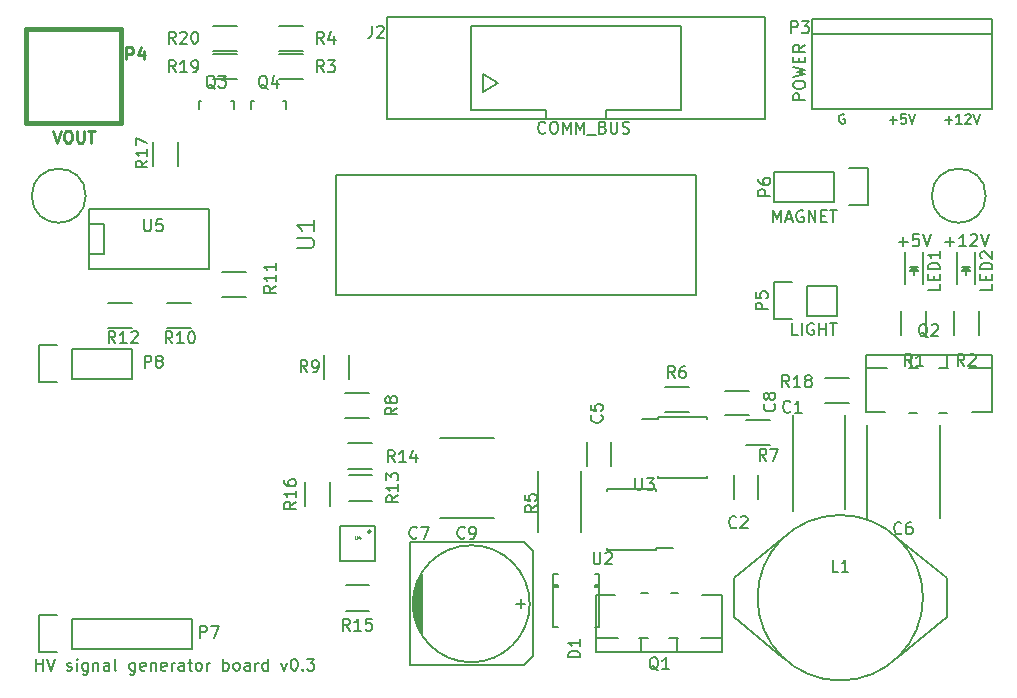
<source format=gto>
G04 #@! TF.FileFunction,Legend,Top*
%FSLAX46Y46*%
G04 Gerber Fmt 4.6, Leading zero omitted, Abs format (unit mm)*
G04 Created by KiCad (PCBNEW 4.0.1-stable) date 2017-04-04 7:48:20 AM*
%MOMM*%
G01*
G04 APERTURE LIST*
%ADD10C,0.150000*%
%ADD11C,0.200000*%
%ADD12C,0.381000*%
%ADD13C,0.254000*%
%ADD14C,0.075000*%
G04 APERTURE END LIST*
D10*
D11*
X18399095Y-70683381D02*
X18399095Y-69683381D01*
X18399095Y-70159571D02*
X18970524Y-70159571D01*
X18970524Y-70683381D02*
X18970524Y-69683381D01*
X19303857Y-69683381D02*
X19637190Y-70683381D01*
X19970524Y-69683381D01*
X21018143Y-70635762D02*
X21113381Y-70683381D01*
X21303857Y-70683381D01*
X21399096Y-70635762D01*
X21446715Y-70540524D01*
X21446715Y-70492905D01*
X21399096Y-70397667D01*
X21303857Y-70350048D01*
X21161000Y-70350048D01*
X21065762Y-70302429D01*
X21018143Y-70207190D01*
X21018143Y-70159571D01*
X21065762Y-70064333D01*
X21161000Y-70016714D01*
X21303857Y-70016714D01*
X21399096Y-70064333D01*
X21875286Y-70683381D02*
X21875286Y-70016714D01*
X21875286Y-69683381D02*
X21827667Y-69731000D01*
X21875286Y-69778619D01*
X21922905Y-69731000D01*
X21875286Y-69683381D01*
X21875286Y-69778619D01*
X22780048Y-70016714D02*
X22780048Y-70826238D01*
X22732429Y-70921476D01*
X22684810Y-70969095D01*
X22589571Y-71016714D01*
X22446714Y-71016714D01*
X22351476Y-70969095D01*
X22780048Y-70635762D02*
X22684810Y-70683381D01*
X22494333Y-70683381D01*
X22399095Y-70635762D01*
X22351476Y-70588143D01*
X22303857Y-70492905D01*
X22303857Y-70207190D01*
X22351476Y-70111952D01*
X22399095Y-70064333D01*
X22494333Y-70016714D01*
X22684810Y-70016714D01*
X22780048Y-70064333D01*
X23256238Y-70016714D02*
X23256238Y-70683381D01*
X23256238Y-70111952D02*
X23303857Y-70064333D01*
X23399095Y-70016714D01*
X23541953Y-70016714D01*
X23637191Y-70064333D01*
X23684810Y-70159571D01*
X23684810Y-70683381D01*
X24589572Y-70683381D02*
X24589572Y-70159571D01*
X24541953Y-70064333D01*
X24446715Y-70016714D01*
X24256238Y-70016714D01*
X24161000Y-70064333D01*
X24589572Y-70635762D02*
X24494334Y-70683381D01*
X24256238Y-70683381D01*
X24161000Y-70635762D01*
X24113381Y-70540524D01*
X24113381Y-70445286D01*
X24161000Y-70350048D01*
X24256238Y-70302429D01*
X24494334Y-70302429D01*
X24589572Y-70254810D01*
X25208619Y-70683381D02*
X25113381Y-70635762D01*
X25065762Y-70540524D01*
X25065762Y-69683381D01*
X26780049Y-70016714D02*
X26780049Y-70826238D01*
X26732430Y-70921476D01*
X26684811Y-70969095D01*
X26589572Y-71016714D01*
X26446715Y-71016714D01*
X26351477Y-70969095D01*
X26780049Y-70635762D02*
X26684811Y-70683381D01*
X26494334Y-70683381D01*
X26399096Y-70635762D01*
X26351477Y-70588143D01*
X26303858Y-70492905D01*
X26303858Y-70207190D01*
X26351477Y-70111952D01*
X26399096Y-70064333D01*
X26494334Y-70016714D01*
X26684811Y-70016714D01*
X26780049Y-70064333D01*
X27637192Y-70635762D02*
X27541954Y-70683381D01*
X27351477Y-70683381D01*
X27256239Y-70635762D01*
X27208620Y-70540524D01*
X27208620Y-70159571D01*
X27256239Y-70064333D01*
X27351477Y-70016714D01*
X27541954Y-70016714D01*
X27637192Y-70064333D01*
X27684811Y-70159571D01*
X27684811Y-70254810D01*
X27208620Y-70350048D01*
X28113382Y-70016714D02*
X28113382Y-70683381D01*
X28113382Y-70111952D02*
X28161001Y-70064333D01*
X28256239Y-70016714D01*
X28399097Y-70016714D01*
X28494335Y-70064333D01*
X28541954Y-70159571D01*
X28541954Y-70683381D01*
X29399097Y-70635762D02*
X29303859Y-70683381D01*
X29113382Y-70683381D01*
X29018144Y-70635762D01*
X28970525Y-70540524D01*
X28970525Y-70159571D01*
X29018144Y-70064333D01*
X29113382Y-70016714D01*
X29303859Y-70016714D01*
X29399097Y-70064333D01*
X29446716Y-70159571D01*
X29446716Y-70254810D01*
X28970525Y-70350048D01*
X29875287Y-70683381D02*
X29875287Y-70016714D01*
X29875287Y-70207190D02*
X29922906Y-70111952D01*
X29970525Y-70064333D01*
X30065763Y-70016714D01*
X30161002Y-70016714D01*
X30922907Y-70683381D02*
X30922907Y-70159571D01*
X30875288Y-70064333D01*
X30780050Y-70016714D01*
X30589573Y-70016714D01*
X30494335Y-70064333D01*
X30922907Y-70635762D02*
X30827669Y-70683381D01*
X30589573Y-70683381D01*
X30494335Y-70635762D01*
X30446716Y-70540524D01*
X30446716Y-70445286D01*
X30494335Y-70350048D01*
X30589573Y-70302429D01*
X30827669Y-70302429D01*
X30922907Y-70254810D01*
X31256240Y-70016714D02*
X31637192Y-70016714D01*
X31399097Y-69683381D02*
X31399097Y-70540524D01*
X31446716Y-70635762D01*
X31541954Y-70683381D01*
X31637192Y-70683381D01*
X32113383Y-70683381D02*
X32018145Y-70635762D01*
X31970526Y-70588143D01*
X31922907Y-70492905D01*
X31922907Y-70207190D01*
X31970526Y-70111952D01*
X32018145Y-70064333D01*
X32113383Y-70016714D01*
X32256241Y-70016714D01*
X32351479Y-70064333D01*
X32399098Y-70111952D01*
X32446717Y-70207190D01*
X32446717Y-70492905D01*
X32399098Y-70588143D01*
X32351479Y-70635762D01*
X32256241Y-70683381D01*
X32113383Y-70683381D01*
X32875288Y-70683381D02*
X32875288Y-70016714D01*
X32875288Y-70207190D02*
X32922907Y-70111952D01*
X32970526Y-70064333D01*
X33065764Y-70016714D01*
X33161003Y-70016714D01*
X34256241Y-70683381D02*
X34256241Y-69683381D01*
X34256241Y-70064333D02*
X34351479Y-70016714D01*
X34541956Y-70016714D01*
X34637194Y-70064333D01*
X34684813Y-70111952D01*
X34732432Y-70207190D01*
X34732432Y-70492905D01*
X34684813Y-70588143D01*
X34637194Y-70635762D01*
X34541956Y-70683381D01*
X34351479Y-70683381D01*
X34256241Y-70635762D01*
X35303860Y-70683381D02*
X35208622Y-70635762D01*
X35161003Y-70588143D01*
X35113384Y-70492905D01*
X35113384Y-70207190D01*
X35161003Y-70111952D01*
X35208622Y-70064333D01*
X35303860Y-70016714D01*
X35446718Y-70016714D01*
X35541956Y-70064333D01*
X35589575Y-70111952D01*
X35637194Y-70207190D01*
X35637194Y-70492905D01*
X35589575Y-70588143D01*
X35541956Y-70635762D01*
X35446718Y-70683381D01*
X35303860Y-70683381D01*
X36494337Y-70683381D02*
X36494337Y-70159571D01*
X36446718Y-70064333D01*
X36351480Y-70016714D01*
X36161003Y-70016714D01*
X36065765Y-70064333D01*
X36494337Y-70635762D02*
X36399099Y-70683381D01*
X36161003Y-70683381D01*
X36065765Y-70635762D01*
X36018146Y-70540524D01*
X36018146Y-70445286D01*
X36065765Y-70350048D01*
X36161003Y-70302429D01*
X36399099Y-70302429D01*
X36494337Y-70254810D01*
X36970527Y-70683381D02*
X36970527Y-70016714D01*
X36970527Y-70207190D02*
X37018146Y-70111952D01*
X37065765Y-70064333D01*
X37161003Y-70016714D01*
X37256242Y-70016714D01*
X38018147Y-70683381D02*
X38018147Y-69683381D01*
X38018147Y-70635762D02*
X37922909Y-70683381D01*
X37732432Y-70683381D01*
X37637194Y-70635762D01*
X37589575Y-70588143D01*
X37541956Y-70492905D01*
X37541956Y-70207190D01*
X37589575Y-70111952D01*
X37637194Y-70064333D01*
X37732432Y-70016714D01*
X37922909Y-70016714D01*
X38018147Y-70064333D01*
X39161004Y-70016714D02*
X39399099Y-70683381D01*
X39637195Y-70016714D01*
X40208623Y-69683381D02*
X40303862Y-69683381D01*
X40399100Y-69731000D01*
X40446719Y-69778619D01*
X40494338Y-69873857D01*
X40541957Y-70064333D01*
X40541957Y-70302429D01*
X40494338Y-70492905D01*
X40446719Y-70588143D01*
X40399100Y-70635762D01*
X40303862Y-70683381D01*
X40208623Y-70683381D01*
X40113385Y-70635762D01*
X40065766Y-70588143D01*
X40018147Y-70492905D01*
X39970528Y-70302429D01*
X39970528Y-70064333D01*
X40018147Y-69873857D01*
X40065766Y-69778619D01*
X40113385Y-69731000D01*
X40208623Y-69683381D01*
X40970528Y-70588143D02*
X41018147Y-70635762D01*
X40970528Y-70683381D01*
X40922909Y-70635762D01*
X40970528Y-70588143D01*
X40970528Y-70683381D01*
X41351480Y-69683381D02*
X41970528Y-69683381D01*
X41637194Y-70064333D01*
X41780052Y-70064333D01*
X41875290Y-70111952D01*
X41922909Y-70159571D01*
X41970528Y-70254810D01*
X41970528Y-70492905D01*
X41922909Y-70588143D01*
X41875290Y-70635762D01*
X41780052Y-70683381D01*
X41494337Y-70683381D01*
X41399099Y-70635762D01*
X41351480Y-70588143D01*
D10*
X95364476Y-24060143D02*
X95974000Y-24060143D01*
X95669238Y-24364905D02*
X95669238Y-23755381D01*
X96774000Y-24364905D02*
X96316857Y-24364905D01*
X96545428Y-24364905D02*
X96545428Y-23564905D01*
X96469238Y-23679190D01*
X96393047Y-23755381D01*
X96316857Y-23793476D01*
X97078762Y-23641095D02*
X97116857Y-23603000D01*
X97193048Y-23564905D01*
X97383524Y-23564905D01*
X97459714Y-23603000D01*
X97497810Y-23641095D01*
X97535905Y-23717286D01*
X97535905Y-23793476D01*
X97497810Y-23907762D01*
X97040667Y-24364905D01*
X97535905Y-24364905D01*
X97764476Y-23564905D02*
X98031143Y-24364905D01*
X98297810Y-23564905D01*
X90665429Y-24060143D02*
X91274953Y-24060143D01*
X90970191Y-24364905D02*
X90970191Y-23755381D01*
X92036858Y-23564905D02*
X91655905Y-23564905D01*
X91617810Y-23945857D01*
X91655905Y-23907762D01*
X91732096Y-23869667D01*
X91922572Y-23869667D01*
X91998762Y-23907762D01*
X92036858Y-23945857D01*
X92074953Y-24022048D01*
X92074953Y-24212524D01*
X92036858Y-24288714D01*
X91998762Y-24326810D01*
X91922572Y-24364905D01*
X91732096Y-24364905D01*
X91655905Y-24326810D01*
X91617810Y-24288714D01*
X92303524Y-23564905D02*
X92570191Y-24364905D01*
X92836858Y-23564905D01*
X86823524Y-23603000D02*
X86747333Y-23564905D01*
X86633048Y-23564905D01*
X86518762Y-23603000D01*
X86442571Y-23679190D01*
X86404476Y-23755381D01*
X86366381Y-23907762D01*
X86366381Y-24022048D01*
X86404476Y-24174429D01*
X86442571Y-24250619D01*
X86518762Y-24326810D01*
X86633048Y-24364905D01*
X86709238Y-24364905D01*
X86823524Y-24326810D01*
X86861619Y-24288714D01*
X86861619Y-24022048D01*
X86709238Y-24022048D01*
X86909000Y-57032000D02*
X86909000Y-49032000D01*
X82509000Y-49032000D02*
X82509000Y-57132000D01*
X94921000Y-49894000D02*
X94921000Y-57794000D01*
X88721000Y-49894000D02*
X88721000Y-57794000D01*
X66085000Y-62520000D02*
X65685000Y-62520000D01*
X62185000Y-62520000D02*
X62585000Y-62520000D01*
X62185000Y-67020000D02*
X62585000Y-67020000D01*
X66085000Y-67020000D02*
X65685000Y-67020000D01*
X62185000Y-63420000D02*
X62585000Y-63420000D01*
X62585000Y-63420000D02*
X62585000Y-63570000D01*
X62585000Y-63570000D02*
X62185000Y-63570000D01*
X66085000Y-63420000D02*
X65685000Y-63420000D01*
X65685000Y-63420000D02*
X65685000Y-63570000D01*
X65685000Y-63570000D02*
X66085000Y-63570000D01*
X66085000Y-62520000D02*
X66085000Y-67020000D01*
X62185000Y-67020000D02*
X62185000Y-62520000D01*
X91960000Y-35230000D02*
X91960000Y-37930000D01*
X93460000Y-35230000D02*
X93460000Y-37930000D01*
X92560000Y-36730000D02*
X92810000Y-36730000D01*
X92810000Y-36730000D02*
X92660000Y-36580000D01*
X93060000Y-36480000D02*
X92360000Y-36480000D01*
X92710000Y-36830000D02*
X92710000Y-37180000D01*
X92710000Y-36480000D02*
X93060000Y-36830000D01*
X93060000Y-36830000D02*
X92360000Y-36830000D01*
X92360000Y-36830000D02*
X92710000Y-36480000D01*
X96405000Y-35230000D02*
X96405000Y-37930000D01*
X97905000Y-35230000D02*
X97905000Y-37930000D01*
X97005000Y-36730000D02*
X97255000Y-36730000D01*
X97255000Y-36730000D02*
X97105000Y-36580000D01*
X97505000Y-36480000D02*
X96805000Y-36480000D01*
X97155000Y-36830000D02*
X97155000Y-37180000D01*
X97155000Y-36480000D02*
X97505000Y-36830000D01*
X97505000Y-36830000D02*
X96805000Y-36830000D01*
X96805000Y-36830000D02*
X97155000Y-36480000D01*
X80137000Y-15367000D02*
X80137000Y-24003000D01*
X80137000Y-24003000D02*
X48133000Y-24003000D01*
X48133000Y-15367000D02*
X80137000Y-15367000D01*
X55245000Y-23241000D02*
X55245000Y-16129000D01*
X73025000Y-23241000D02*
X73025000Y-16129000D01*
X61595000Y-24003000D02*
X61595000Y-23241000D01*
X61595000Y-23241000D02*
X55245000Y-23241000D01*
X55245000Y-16129000D02*
X73025000Y-16129000D01*
X73025000Y-23241000D02*
X66675000Y-23241000D01*
X66675000Y-23241000D02*
X66675000Y-24003000D01*
X48133000Y-24003000D02*
X48133000Y-15367000D01*
X57531000Y-20955000D02*
X56261000Y-20193000D01*
X56261000Y-20193000D02*
X56261000Y-21717000D01*
X56261000Y-21717000D02*
X57531000Y-20955000D01*
D12*
X25590000Y-16320000D02*
X17590000Y-16320000D01*
X17590000Y-16320000D02*
X17590000Y-24320000D01*
X17590000Y-24320000D02*
X25590000Y-24320000D01*
X25590000Y-24320000D02*
X25590000Y-16320000D01*
D10*
X93785000Y-40275000D02*
X93785000Y-42275000D01*
X91635000Y-42275000D02*
X91635000Y-40275000D01*
X98230000Y-40275000D02*
X98230000Y-42275000D01*
X96080000Y-42275000D02*
X96080000Y-40275000D01*
X39005000Y-18483000D02*
X41005000Y-18483000D01*
X41005000Y-20633000D02*
X39005000Y-20633000D01*
X39005000Y-16070000D02*
X41005000Y-16070000D01*
X41005000Y-18220000D02*
X39005000Y-18220000D01*
X64563000Y-53788000D02*
X64563000Y-58988000D01*
X60913000Y-58988000D02*
X60913000Y-53788000D01*
X80502000Y-51621000D02*
X78502000Y-51621000D01*
X78502000Y-49471000D02*
X80502000Y-49471000D01*
X46593000Y-49335000D02*
X44593000Y-49335000D01*
X44593000Y-47185000D02*
X46593000Y-47185000D01*
X42740000Y-45958000D02*
X42740000Y-43958000D01*
X44890000Y-43958000D02*
X44890000Y-45958000D01*
X31480000Y-41715000D02*
X29480000Y-41715000D01*
X29480000Y-39565000D02*
X31480000Y-39565000D01*
X34179000Y-36898000D02*
X36179000Y-36898000D01*
X36179000Y-39048000D02*
X34179000Y-39048000D01*
X26527000Y-41715000D02*
X24527000Y-41715000D01*
X24527000Y-39565000D02*
X26527000Y-39565000D01*
X44872400Y-54144600D02*
X46872400Y-54144600D01*
X46872400Y-56294600D02*
X44872400Y-56294600D01*
X46821600Y-53602200D02*
X44821600Y-53602200D01*
X44821600Y-51452200D02*
X46821600Y-51452200D01*
X44618400Y-63466400D02*
X46618400Y-63466400D01*
X46618400Y-65616400D02*
X44618400Y-65616400D01*
X43315200Y-54753000D02*
X43315200Y-56753000D01*
X41165200Y-56753000D02*
X41165200Y-54753000D01*
X28262000Y-27924000D02*
X28262000Y-25924000D01*
X30412000Y-25924000D02*
X30412000Y-27924000D01*
X70909000Y-60487000D02*
X70909000Y-60342000D01*
X66759000Y-60487000D02*
X66759000Y-60342000D01*
X66759000Y-55337000D02*
X66759000Y-55482000D01*
X70909000Y-55337000D02*
X70909000Y-55482000D01*
X70909000Y-60487000D02*
X66759000Y-60487000D01*
X70909000Y-55337000D02*
X66759000Y-55337000D01*
X70909000Y-60342000D02*
X72309000Y-60342000D01*
X71077000Y-49241000D02*
X71077000Y-49386000D01*
X75227000Y-49241000D02*
X75227000Y-49386000D01*
X75227000Y-54391000D02*
X75227000Y-54246000D01*
X71077000Y-54391000D02*
X71077000Y-54246000D01*
X71077000Y-49241000D02*
X75227000Y-49241000D01*
X71077000Y-54391000D02*
X75227000Y-54391000D01*
X71077000Y-49386000D02*
X69677000Y-49386000D01*
X99314000Y-15494000D02*
X99314000Y-23114000D01*
X84074000Y-15494000D02*
X84074000Y-23114000D01*
X99314000Y-16764000D02*
X84074000Y-16764000D01*
X99314000Y-23114000D02*
X84074000Y-23114000D01*
X99314000Y-15494000D02*
X84074000Y-15494000D01*
X46759821Y-58944000D02*
G75*
G03X46759821Y-58944000I-141421J0D01*
G01*
X47118400Y-61444000D02*
X44118400Y-61444000D01*
X44118400Y-61444000D02*
X44118400Y-58444000D01*
X44118400Y-58444000D02*
X47118400Y-58444000D01*
X47118400Y-58444000D02*
X47118400Y-61444000D01*
X22860000Y-31623000D02*
X22860000Y-36703000D01*
X22860000Y-36703000D02*
X33020000Y-36703000D01*
X33020000Y-36703000D02*
X33020000Y-31623000D01*
X33020000Y-31623000D02*
X22860000Y-31623000D01*
X22860000Y-32893000D02*
X24130000Y-32893000D01*
X24130000Y-32893000D02*
X24130000Y-35433000D01*
X24130000Y-35433000D02*
X22860000Y-35433000D01*
X83693000Y-38100000D02*
X86233000Y-38100000D01*
X80873000Y-37820000D02*
X82423000Y-37820000D01*
X83693000Y-38100000D02*
X83693000Y-40640000D01*
X82423000Y-40920000D02*
X80873000Y-40920000D01*
X80873000Y-40920000D02*
X80873000Y-37820000D01*
X83693000Y-40640000D02*
X86233000Y-40640000D01*
X86233000Y-40640000D02*
X86233000Y-38100000D01*
X85979000Y-28448000D02*
X80899000Y-28448000D01*
X80899000Y-28448000D02*
X80899000Y-30988000D01*
X80899000Y-30988000D02*
X85979000Y-30988000D01*
X88799000Y-31268000D02*
X87249000Y-31268000D01*
X85979000Y-30988000D02*
X85979000Y-28448000D01*
X87249000Y-28168000D02*
X88799000Y-28168000D01*
X88799000Y-28168000D02*
X88799000Y-31268000D01*
X35417000Y-20633000D02*
X33417000Y-20633000D01*
X33417000Y-18483000D02*
X35417000Y-18483000D01*
X35417000Y-18220000D02*
X33417000Y-18220000D01*
X33417000Y-16070000D02*
X35417000Y-16070000D01*
X65015000Y-51324000D02*
X65015000Y-53324000D01*
X67065000Y-53324000D02*
X67065000Y-51324000D01*
X76724000Y-49031000D02*
X78724000Y-49031000D01*
X78724000Y-46981000D02*
X76724000Y-46981000D01*
X77461000Y-54118000D02*
X77461000Y-56118000D01*
X79511000Y-56118000D02*
X79511000Y-54118000D01*
X73644000Y-48827000D02*
X71644000Y-48827000D01*
X71644000Y-46677000D02*
X73644000Y-46677000D01*
X65786000Y-67945000D02*
X67691000Y-67945000D01*
X70231000Y-67945000D02*
X69469000Y-67945000D01*
X72644000Y-67945000D02*
X72771000Y-67945000D01*
X72644000Y-67945000D02*
X72009000Y-67945000D01*
X76454000Y-67945000D02*
X74676000Y-67945000D01*
X76454000Y-64262000D02*
X74803000Y-64262000D01*
X72136000Y-64135000D02*
X72771000Y-64135000D01*
X69596000Y-64135000D02*
X70231000Y-64135000D01*
X65786000Y-64262000D02*
X67437000Y-64262000D01*
X72644000Y-69088000D02*
X72644000Y-67945000D01*
X69596000Y-69088000D02*
X69596000Y-67945000D01*
X65786000Y-67945000D02*
X65786000Y-64262000D01*
X76454000Y-64262000D02*
X76454000Y-67945000D01*
X65786000Y-69088000D02*
X65786000Y-67945000D01*
X76454000Y-67945000D02*
X76454000Y-69088000D01*
X71120000Y-69088000D02*
X76454000Y-69088000D01*
X71120000Y-69088000D02*
X65786000Y-69088000D01*
X99314000Y-45085000D02*
X97409000Y-45085000D01*
X94869000Y-45085000D02*
X95631000Y-45085000D01*
X92456000Y-45085000D02*
X92329000Y-45085000D01*
X92456000Y-45085000D02*
X93091000Y-45085000D01*
X88646000Y-45085000D02*
X90424000Y-45085000D01*
X88646000Y-48768000D02*
X90297000Y-48768000D01*
X92964000Y-48895000D02*
X92329000Y-48895000D01*
X95504000Y-48895000D02*
X94869000Y-48895000D01*
X99314000Y-48768000D02*
X97663000Y-48768000D01*
X92456000Y-43942000D02*
X92456000Y-45085000D01*
X95504000Y-43942000D02*
X95504000Y-45085000D01*
X99314000Y-45085000D02*
X99314000Y-48768000D01*
X88646000Y-48768000D02*
X88646000Y-45085000D01*
X99314000Y-43942000D02*
X99314000Y-45085000D01*
X88646000Y-45085000D02*
X88646000Y-43942000D01*
X93980000Y-43942000D02*
X88646000Y-43942000D01*
X93980000Y-43942000D02*
X99314000Y-43942000D01*
X50419000Y-66040000D02*
X50419000Y-64008000D01*
X50546000Y-63627000D02*
X50546000Y-66548000D01*
X50673000Y-66802000D02*
X50673000Y-63246000D01*
X50800000Y-62865000D02*
X50800000Y-67183000D01*
X50927000Y-67437000D02*
X50927000Y-62611000D01*
X51054000Y-62484000D02*
X51054000Y-67564000D01*
X50038000Y-59817000D02*
X50038000Y-70231000D01*
X50038000Y-70231000D02*
X59690000Y-70231000D01*
X59690000Y-70231000D02*
X60452000Y-69469000D01*
X60452000Y-69469000D02*
X60452000Y-60579000D01*
X60452000Y-60579000D02*
X59690000Y-59817000D01*
X59690000Y-59817000D02*
X50038000Y-59817000D01*
X59817000Y-65024000D02*
X59055000Y-65024000D01*
X59436000Y-64643000D02*
X59436000Y-65405000D01*
X60198000Y-65024000D02*
G75*
G03X60198000Y-65024000I-4953000J0D01*
G01*
X77470000Y-66167000D02*
X81661000Y-69596000D01*
X95504000Y-62865000D02*
X91313000Y-59436000D01*
X77470000Y-62865000D02*
X81661000Y-59436000D01*
X93491607Y-64516000D02*
G75*
G03X93491607Y-64516000I-7004607J0D01*
G01*
X95504000Y-62865000D02*
X95504000Y-66167000D01*
X95504000Y-66167000D02*
X91313000Y-69596000D01*
X77470000Y-62865000D02*
X77470000Y-66167000D01*
X20193000Y-69114000D02*
X18643000Y-69114000D01*
X18643000Y-69114000D02*
X18643000Y-66014000D01*
X18643000Y-66014000D02*
X20193000Y-66014000D01*
X21463000Y-66294000D02*
X31623000Y-66294000D01*
X31623000Y-66294000D02*
X31623000Y-68834000D01*
X31623000Y-68834000D02*
X21463000Y-68834000D01*
X21463000Y-66294000D02*
X21463000Y-68834000D01*
X21463000Y-45974000D02*
X26543000Y-45974000D01*
X26543000Y-45974000D02*
X26543000Y-43434000D01*
X26543000Y-43434000D02*
X21463000Y-43434000D01*
X18643000Y-43154000D02*
X20193000Y-43154000D01*
X21463000Y-43434000D02*
X21463000Y-45974000D01*
X20193000Y-46254000D02*
X18643000Y-46254000D01*
X18643000Y-46254000D02*
X18643000Y-43154000D01*
X85233000Y-45915000D02*
X87233000Y-45915000D01*
X87233000Y-48065000D02*
X85233000Y-48065000D01*
X52564000Y-57756000D02*
X57164000Y-57756000D01*
X57164000Y-50956000D02*
X52564000Y-50956000D01*
X43815000Y-28702000D02*
X74295000Y-28702000D01*
X74295000Y-28702000D02*
X74295000Y-38862000D01*
X74295000Y-38862000D02*
X43815000Y-38862000D01*
X43815000Y-38862000D02*
X43815000Y-28702000D01*
X22606000Y-30480000D02*
G75*
G03X22606000Y-30480000I-2286000J0D01*
G01*
X98806000Y-30480000D02*
G75*
G03X98806000Y-30480000I-2286000J0D01*
G01*
X34954160Y-22463760D02*
X34905900Y-22463760D01*
X32155180Y-23164800D02*
X32155180Y-22463760D01*
X32155180Y-22463760D02*
X32404100Y-22463760D01*
X34954160Y-22463760D02*
X35154820Y-22463760D01*
X35154820Y-22463760D02*
X35154820Y-23164800D01*
X39399160Y-22463760D02*
X39350900Y-22463760D01*
X36600180Y-23164800D02*
X36600180Y-22463760D01*
X36600180Y-22463760D02*
X36849100Y-22463760D01*
X39399160Y-22463760D02*
X39599820Y-22463760D01*
X39599820Y-22463760D02*
X39599820Y-23164800D01*
X82256334Y-48744143D02*
X82208715Y-48791762D01*
X82065858Y-48839381D01*
X81970620Y-48839381D01*
X81827762Y-48791762D01*
X81732524Y-48696524D01*
X81684905Y-48601286D01*
X81637286Y-48410810D01*
X81637286Y-48267952D01*
X81684905Y-48077476D01*
X81732524Y-47982238D01*
X81827762Y-47887000D01*
X81970620Y-47839381D01*
X82065858Y-47839381D01*
X82208715Y-47887000D01*
X82256334Y-47934619D01*
X83208715Y-48839381D02*
X82637286Y-48839381D01*
X82923000Y-48839381D02*
X82923000Y-47839381D01*
X82827762Y-47982238D01*
X82732524Y-48077476D01*
X82637286Y-48125095D01*
X91654334Y-59031143D02*
X91606715Y-59078762D01*
X91463858Y-59126381D01*
X91368620Y-59126381D01*
X91225762Y-59078762D01*
X91130524Y-58983524D01*
X91082905Y-58888286D01*
X91035286Y-58697810D01*
X91035286Y-58554952D01*
X91082905Y-58364476D01*
X91130524Y-58269238D01*
X91225762Y-58174000D01*
X91368620Y-58126381D01*
X91463858Y-58126381D01*
X91606715Y-58174000D01*
X91654334Y-58221619D01*
X92511477Y-58126381D02*
X92321000Y-58126381D01*
X92225762Y-58174000D01*
X92178143Y-58221619D01*
X92082905Y-58364476D01*
X92035286Y-58554952D01*
X92035286Y-58935905D01*
X92082905Y-59031143D01*
X92130524Y-59078762D01*
X92225762Y-59126381D01*
X92416239Y-59126381D01*
X92511477Y-59078762D01*
X92559096Y-59031143D01*
X92606715Y-58935905D01*
X92606715Y-58697810D01*
X92559096Y-58602571D01*
X92511477Y-58554952D01*
X92416239Y-58507333D01*
X92225762Y-58507333D01*
X92130524Y-58554952D01*
X92082905Y-58602571D01*
X92035286Y-58697810D01*
X64460381Y-69572095D02*
X63460381Y-69572095D01*
X63460381Y-69334000D01*
X63508000Y-69191142D01*
X63603238Y-69095904D01*
X63698476Y-69048285D01*
X63888952Y-69000666D01*
X64031810Y-69000666D01*
X64222286Y-69048285D01*
X64317524Y-69095904D01*
X64412762Y-69191142D01*
X64460381Y-69334000D01*
X64460381Y-69572095D01*
X64460381Y-68048285D02*
X64460381Y-68619714D01*
X64460381Y-68334000D02*
X63460381Y-68334000D01*
X63603238Y-68429238D01*
X63698476Y-68524476D01*
X63746095Y-68619714D01*
X94912381Y-37949047D02*
X94912381Y-38425238D01*
X93912381Y-38425238D01*
X94388571Y-37615714D02*
X94388571Y-37282380D01*
X94912381Y-37139523D02*
X94912381Y-37615714D01*
X93912381Y-37615714D01*
X93912381Y-37139523D01*
X94912381Y-36710952D02*
X93912381Y-36710952D01*
X93912381Y-36472857D01*
X93960000Y-36329999D01*
X94055238Y-36234761D01*
X94150476Y-36187142D01*
X94340952Y-36139523D01*
X94483810Y-36139523D01*
X94674286Y-36187142D01*
X94769524Y-36234761D01*
X94864762Y-36329999D01*
X94912381Y-36472857D01*
X94912381Y-36710952D01*
X94912381Y-35187142D02*
X94912381Y-35758571D01*
X94912381Y-35472857D02*
X93912381Y-35472857D01*
X94055238Y-35568095D01*
X94150476Y-35663333D01*
X94198095Y-35758571D01*
X91424286Y-34361429D02*
X92186191Y-34361429D01*
X91805239Y-34742381D02*
X91805239Y-33980476D01*
X93138572Y-33742381D02*
X92662381Y-33742381D01*
X92614762Y-34218571D01*
X92662381Y-34170952D01*
X92757619Y-34123333D01*
X92995715Y-34123333D01*
X93090953Y-34170952D01*
X93138572Y-34218571D01*
X93186191Y-34313810D01*
X93186191Y-34551905D01*
X93138572Y-34647143D01*
X93090953Y-34694762D01*
X92995715Y-34742381D01*
X92757619Y-34742381D01*
X92662381Y-34694762D01*
X92614762Y-34647143D01*
X93471905Y-33742381D02*
X93805238Y-34742381D01*
X94138572Y-33742381D01*
X99357381Y-37949047D02*
X99357381Y-38425238D01*
X98357381Y-38425238D01*
X98833571Y-37615714D02*
X98833571Y-37282380D01*
X99357381Y-37139523D02*
X99357381Y-37615714D01*
X98357381Y-37615714D01*
X98357381Y-37139523D01*
X99357381Y-36710952D02*
X98357381Y-36710952D01*
X98357381Y-36472857D01*
X98405000Y-36329999D01*
X98500238Y-36234761D01*
X98595476Y-36187142D01*
X98785952Y-36139523D01*
X98928810Y-36139523D01*
X99119286Y-36187142D01*
X99214524Y-36234761D01*
X99309762Y-36329999D01*
X99357381Y-36472857D01*
X99357381Y-36710952D01*
X98452619Y-35758571D02*
X98405000Y-35710952D01*
X98357381Y-35615714D01*
X98357381Y-35377618D01*
X98405000Y-35282380D01*
X98452619Y-35234761D01*
X98547857Y-35187142D01*
X98643095Y-35187142D01*
X98785952Y-35234761D01*
X99357381Y-35806190D01*
X99357381Y-35187142D01*
X95393095Y-34361429D02*
X96155000Y-34361429D01*
X95774048Y-34742381D02*
X95774048Y-33980476D01*
X97155000Y-34742381D02*
X96583571Y-34742381D01*
X96869285Y-34742381D02*
X96869285Y-33742381D01*
X96774047Y-33885238D01*
X96678809Y-33980476D01*
X96583571Y-34028095D01*
X97535952Y-33837619D02*
X97583571Y-33790000D01*
X97678809Y-33742381D01*
X97916905Y-33742381D01*
X98012143Y-33790000D01*
X98059762Y-33837619D01*
X98107381Y-33932857D01*
X98107381Y-34028095D01*
X98059762Y-34170952D01*
X97488333Y-34742381D01*
X98107381Y-34742381D01*
X98393095Y-33742381D02*
X98726428Y-34742381D01*
X99059762Y-33742381D01*
X46847167Y-16089381D02*
X46847167Y-16803667D01*
X46799547Y-16946524D01*
X46704309Y-17041762D01*
X46561452Y-17089381D01*
X46466214Y-17089381D01*
X47275738Y-16184619D02*
X47323357Y-16137000D01*
X47418595Y-16089381D01*
X47656691Y-16089381D01*
X47751929Y-16137000D01*
X47799548Y-16184619D01*
X47847167Y-16279857D01*
X47847167Y-16375095D01*
X47799548Y-16517952D01*
X47228119Y-17089381D01*
X47847167Y-17089381D01*
X61531905Y-25122143D02*
X61484286Y-25169762D01*
X61341429Y-25217381D01*
X61246191Y-25217381D01*
X61103333Y-25169762D01*
X61008095Y-25074524D01*
X60960476Y-24979286D01*
X60912857Y-24788810D01*
X60912857Y-24645952D01*
X60960476Y-24455476D01*
X61008095Y-24360238D01*
X61103333Y-24265000D01*
X61246191Y-24217381D01*
X61341429Y-24217381D01*
X61484286Y-24265000D01*
X61531905Y-24312619D01*
X62150952Y-24217381D02*
X62341429Y-24217381D01*
X62436667Y-24265000D01*
X62531905Y-24360238D01*
X62579524Y-24550714D01*
X62579524Y-24884048D01*
X62531905Y-25074524D01*
X62436667Y-25169762D01*
X62341429Y-25217381D01*
X62150952Y-25217381D01*
X62055714Y-25169762D01*
X61960476Y-25074524D01*
X61912857Y-24884048D01*
X61912857Y-24550714D01*
X61960476Y-24360238D01*
X62055714Y-24265000D01*
X62150952Y-24217381D01*
X63008095Y-25217381D02*
X63008095Y-24217381D01*
X63341429Y-24931667D01*
X63674762Y-24217381D01*
X63674762Y-25217381D01*
X64150952Y-25217381D02*
X64150952Y-24217381D01*
X64484286Y-24931667D01*
X64817619Y-24217381D01*
X64817619Y-25217381D01*
X65055714Y-25312619D02*
X65817619Y-25312619D01*
X66389048Y-24693571D02*
X66531905Y-24741190D01*
X66579524Y-24788810D01*
X66627143Y-24884048D01*
X66627143Y-25026905D01*
X66579524Y-25122143D01*
X66531905Y-25169762D01*
X66436667Y-25217381D01*
X66055714Y-25217381D01*
X66055714Y-24217381D01*
X66389048Y-24217381D01*
X66484286Y-24265000D01*
X66531905Y-24312619D01*
X66579524Y-24407857D01*
X66579524Y-24503095D01*
X66531905Y-24598333D01*
X66484286Y-24645952D01*
X66389048Y-24693571D01*
X66055714Y-24693571D01*
X67055714Y-24217381D02*
X67055714Y-25026905D01*
X67103333Y-25122143D01*
X67150952Y-25169762D01*
X67246190Y-25217381D01*
X67436667Y-25217381D01*
X67531905Y-25169762D01*
X67579524Y-25122143D01*
X67627143Y-25026905D01*
X67627143Y-24217381D01*
X68055714Y-25169762D02*
X68198571Y-25217381D01*
X68436667Y-25217381D01*
X68531905Y-25169762D01*
X68579524Y-25122143D01*
X68627143Y-25026905D01*
X68627143Y-24931667D01*
X68579524Y-24836429D01*
X68531905Y-24788810D01*
X68436667Y-24741190D01*
X68246190Y-24693571D01*
X68150952Y-24645952D01*
X68103333Y-24598333D01*
X68055714Y-24503095D01*
X68055714Y-24407857D01*
X68103333Y-24312619D01*
X68150952Y-24265000D01*
X68246190Y-24217381D01*
X68484286Y-24217381D01*
X68627143Y-24265000D01*
D13*
X26047096Y-18938119D02*
X26047096Y-17922119D01*
X26434143Y-17922119D01*
X26530905Y-17970500D01*
X26579286Y-18018881D01*
X26627667Y-18115643D01*
X26627667Y-18260786D01*
X26579286Y-18357548D01*
X26530905Y-18405929D01*
X26434143Y-18454310D01*
X26047096Y-18454310D01*
X27498524Y-18260786D02*
X27498524Y-18938119D01*
X27256620Y-17873738D02*
X27014715Y-18599452D01*
X27643667Y-18599452D01*
X19799905Y-24963619D02*
X20138572Y-25979619D01*
X20477238Y-24963619D01*
X21009429Y-24963619D02*
X21202952Y-24963619D01*
X21299714Y-25012000D01*
X21396476Y-25108762D01*
X21444857Y-25302286D01*
X21444857Y-25640952D01*
X21396476Y-25834476D01*
X21299714Y-25931238D01*
X21202952Y-25979619D01*
X21009429Y-25979619D01*
X20912667Y-25931238D01*
X20815905Y-25834476D01*
X20767524Y-25640952D01*
X20767524Y-25302286D01*
X20815905Y-25108762D01*
X20912667Y-25012000D01*
X21009429Y-24963619D01*
X21880286Y-24963619D02*
X21880286Y-25786095D01*
X21928667Y-25882857D01*
X21977048Y-25931238D01*
X22073810Y-25979619D01*
X22267333Y-25979619D01*
X22364095Y-25931238D01*
X22412476Y-25882857D01*
X22460857Y-25786095D01*
X22460857Y-24963619D01*
X22799524Y-24963619D02*
X23380095Y-24963619D01*
X23089810Y-25979619D02*
X23089810Y-24963619D01*
D10*
X92543334Y-44902381D02*
X92210000Y-44426190D01*
X91971905Y-44902381D02*
X91971905Y-43902381D01*
X92352858Y-43902381D01*
X92448096Y-43950000D01*
X92495715Y-43997619D01*
X92543334Y-44092857D01*
X92543334Y-44235714D01*
X92495715Y-44330952D01*
X92448096Y-44378571D01*
X92352858Y-44426190D01*
X91971905Y-44426190D01*
X93495715Y-44902381D02*
X92924286Y-44902381D01*
X93210000Y-44902381D02*
X93210000Y-43902381D01*
X93114762Y-44045238D01*
X93019524Y-44140476D01*
X92924286Y-44188095D01*
X96988334Y-44902381D02*
X96655000Y-44426190D01*
X96416905Y-44902381D02*
X96416905Y-43902381D01*
X96797858Y-43902381D01*
X96893096Y-43950000D01*
X96940715Y-43997619D01*
X96988334Y-44092857D01*
X96988334Y-44235714D01*
X96940715Y-44330952D01*
X96893096Y-44378571D01*
X96797858Y-44426190D01*
X96416905Y-44426190D01*
X97369286Y-43997619D02*
X97416905Y-43950000D01*
X97512143Y-43902381D01*
X97750239Y-43902381D01*
X97845477Y-43950000D01*
X97893096Y-43997619D01*
X97940715Y-44092857D01*
X97940715Y-44188095D01*
X97893096Y-44330952D01*
X97321667Y-44902381D01*
X97940715Y-44902381D01*
X42759334Y-20010381D02*
X42426000Y-19534190D01*
X42187905Y-20010381D02*
X42187905Y-19010381D01*
X42568858Y-19010381D01*
X42664096Y-19058000D01*
X42711715Y-19105619D01*
X42759334Y-19200857D01*
X42759334Y-19343714D01*
X42711715Y-19438952D01*
X42664096Y-19486571D01*
X42568858Y-19534190D01*
X42187905Y-19534190D01*
X43092667Y-19010381D02*
X43711715Y-19010381D01*
X43378381Y-19391333D01*
X43521239Y-19391333D01*
X43616477Y-19438952D01*
X43664096Y-19486571D01*
X43711715Y-19581810D01*
X43711715Y-19819905D01*
X43664096Y-19915143D01*
X43616477Y-19962762D01*
X43521239Y-20010381D01*
X43235524Y-20010381D01*
X43140286Y-19962762D01*
X43092667Y-19915143D01*
X42759334Y-17597381D02*
X42426000Y-17121190D01*
X42187905Y-17597381D02*
X42187905Y-16597381D01*
X42568858Y-16597381D01*
X42664096Y-16645000D01*
X42711715Y-16692619D01*
X42759334Y-16787857D01*
X42759334Y-16930714D01*
X42711715Y-17025952D01*
X42664096Y-17073571D01*
X42568858Y-17121190D01*
X42187905Y-17121190D01*
X43616477Y-16930714D02*
X43616477Y-17597381D01*
X43378381Y-16549762D02*
X43140286Y-17264048D01*
X43759334Y-17264048D01*
X60777381Y-56681666D02*
X60301190Y-57015000D01*
X60777381Y-57253095D02*
X59777381Y-57253095D01*
X59777381Y-56872142D01*
X59825000Y-56776904D01*
X59872619Y-56729285D01*
X59967857Y-56681666D01*
X60110714Y-56681666D01*
X60205952Y-56729285D01*
X60253571Y-56776904D01*
X60301190Y-56872142D01*
X60301190Y-57253095D01*
X59777381Y-55776904D02*
X59777381Y-56253095D01*
X60253571Y-56300714D01*
X60205952Y-56253095D01*
X60158333Y-56157857D01*
X60158333Y-55919761D01*
X60205952Y-55824523D01*
X60253571Y-55776904D01*
X60348810Y-55729285D01*
X60586905Y-55729285D01*
X60682143Y-55776904D01*
X60729762Y-55824523D01*
X60777381Y-55919761D01*
X60777381Y-56157857D01*
X60729762Y-56253095D01*
X60682143Y-56300714D01*
X80224334Y-52903381D02*
X79891000Y-52427190D01*
X79652905Y-52903381D02*
X79652905Y-51903381D01*
X80033858Y-51903381D01*
X80129096Y-51951000D01*
X80176715Y-51998619D01*
X80224334Y-52093857D01*
X80224334Y-52236714D01*
X80176715Y-52331952D01*
X80129096Y-52379571D01*
X80033858Y-52427190D01*
X79652905Y-52427190D01*
X80557667Y-51903381D02*
X81224334Y-51903381D01*
X80795762Y-52903381D01*
X48966381Y-48426666D02*
X48490190Y-48760000D01*
X48966381Y-48998095D02*
X47966381Y-48998095D01*
X47966381Y-48617142D01*
X48014000Y-48521904D01*
X48061619Y-48474285D01*
X48156857Y-48426666D01*
X48299714Y-48426666D01*
X48394952Y-48474285D01*
X48442571Y-48521904D01*
X48490190Y-48617142D01*
X48490190Y-48998095D01*
X48394952Y-47855238D02*
X48347333Y-47950476D01*
X48299714Y-47998095D01*
X48204476Y-48045714D01*
X48156857Y-48045714D01*
X48061619Y-47998095D01*
X48014000Y-47950476D01*
X47966381Y-47855238D01*
X47966381Y-47664761D01*
X48014000Y-47569523D01*
X48061619Y-47521904D01*
X48156857Y-47474285D01*
X48204476Y-47474285D01*
X48299714Y-47521904D01*
X48347333Y-47569523D01*
X48394952Y-47664761D01*
X48394952Y-47855238D01*
X48442571Y-47950476D01*
X48490190Y-47998095D01*
X48585429Y-48045714D01*
X48775905Y-48045714D01*
X48871143Y-47998095D01*
X48918762Y-47950476D01*
X48966381Y-47855238D01*
X48966381Y-47664761D01*
X48918762Y-47569523D01*
X48871143Y-47521904D01*
X48775905Y-47474285D01*
X48585429Y-47474285D01*
X48490190Y-47521904D01*
X48442571Y-47569523D01*
X48394952Y-47664761D01*
X41362334Y-45410381D02*
X41029000Y-44934190D01*
X40790905Y-45410381D02*
X40790905Y-44410381D01*
X41171858Y-44410381D01*
X41267096Y-44458000D01*
X41314715Y-44505619D01*
X41362334Y-44600857D01*
X41362334Y-44743714D01*
X41314715Y-44838952D01*
X41267096Y-44886571D01*
X41171858Y-44934190D01*
X40790905Y-44934190D01*
X41838524Y-45410381D02*
X42029000Y-45410381D01*
X42124239Y-45362762D01*
X42171858Y-45315143D01*
X42267096Y-45172286D01*
X42314715Y-44981810D01*
X42314715Y-44600857D01*
X42267096Y-44505619D01*
X42219477Y-44458000D01*
X42124239Y-44410381D01*
X41933762Y-44410381D01*
X41838524Y-44458000D01*
X41790905Y-44505619D01*
X41743286Y-44600857D01*
X41743286Y-44838952D01*
X41790905Y-44934190D01*
X41838524Y-44981810D01*
X41933762Y-45029429D01*
X42124239Y-45029429D01*
X42219477Y-44981810D01*
X42267096Y-44934190D01*
X42314715Y-44838952D01*
X29938743Y-42971981D02*
X29605409Y-42495790D01*
X29367314Y-42971981D02*
X29367314Y-41971981D01*
X29748267Y-41971981D01*
X29843505Y-42019600D01*
X29891124Y-42067219D01*
X29938743Y-42162457D01*
X29938743Y-42305314D01*
X29891124Y-42400552D01*
X29843505Y-42448171D01*
X29748267Y-42495790D01*
X29367314Y-42495790D01*
X30891124Y-42971981D02*
X30319695Y-42971981D01*
X30605409Y-42971981D02*
X30605409Y-41971981D01*
X30510171Y-42114838D01*
X30414933Y-42210076D01*
X30319695Y-42257695D01*
X31510171Y-41971981D02*
X31605410Y-41971981D01*
X31700648Y-42019600D01*
X31748267Y-42067219D01*
X31795886Y-42162457D01*
X31843505Y-42352933D01*
X31843505Y-42591029D01*
X31795886Y-42781505D01*
X31748267Y-42876743D01*
X31700648Y-42924362D01*
X31605410Y-42971981D01*
X31510171Y-42971981D01*
X31414933Y-42924362D01*
X31367314Y-42876743D01*
X31319695Y-42781505D01*
X31272076Y-42591029D01*
X31272076Y-42352933D01*
X31319695Y-42162457D01*
X31367314Y-42067219D01*
X31414933Y-42019600D01*
X31510171Y-41971981D01*
X38679381Y-38107857D02*
X38203190Y-38441191D01*
X38679381Y-38679286D02*
X37679381Y-38679286D01*
X37679381Y-38298333D01*
X37727000Y-38203095D01*
X37774619Y-38155476D01*
X37869857Y-38107857D01*
X38012714Y-38107857D01*
X38107952Y-38155476D01*
X38155571Y-38203095D01*
X38203190Y-38298333D01*
X38203190Y-38679286D01*
X38679381Y-37155476D02*
X38679381Y-37726905D01*
X38679381Y-37441191D02*
X37679381Y-37441191D01*
X37822238Y-37536429D01*
X37917476Y-37631667D01*
X37965095Y-37726905D01*
X38679381Y-36203095D02*
X38679381Y-36774524D01*
X38679381Y-36488810D02*
X37679381Y-36488810D01*
X37822238Y-36584048D01*
X37917476Y-36679286D01*
X37965095Y-36774524D01*
X25112743Y-42946581D02*
X24779409Y-42470390D01*
X24541314Y-42946581D02*
X24541314Y-41946581D01*
X24922267Y-41946581D01*
X25017505Y-41994200D01*
X25065124Y-42041819D01*
X25112743Y-42137057D01*
X25112743Y-42279914D01*
X25065124Y-42375152D01*
X25017505Y-42422771D01*
X24922267Y-42470390D01*
X24541314Y-42470390D01*
X26065124Y-42946581D02*
X25493695Y-42946581D01*
X25779409Y-42946581D02*
X25779409Y-41946581D01*
X25684171Y-42089438D01*
X25588933Y-42184676D01*
X25493695Y-42232295D01*
X26446076Y-42041819D02*
X26493695Y-41994200D01*
X26588933Y-41946581D01*
X26827029Y-41946581D01*
X26922267Y-41994200D01*
X26969886Y-42041819D01*
X27017505Y-42137057D01*
X27017505Y-42232295D01*
X26969886Y-42375152D01*
X26398457Y-42946581D01*
X27017505Y-42946581D01*
X49052741Y-55857377D02*
X48576550Y-56190711D01*
X49052741Y-56428806D02*
X48052741Y-56428806D01*
X48052741Y-56047853D01*
X48100360Y-55952615D01*
X48147979Y-55904996D01*
X48243217Y-55857377D01*
X48386074Y-55857377D01*
X48481312Y-55904996D01*
X48528931Y-55952615D01*
X48576550Y-56047853D01*
X48576550Y-56428806D01*
X49052741Y-54904996D02*
X49052741Y-55476425D01*
X49052741Y-55190711D02*
X48052741Y-55190711D01*
X48195598Y-55285949D01*
X48290836Y-55381187D01*
X48338455Y-55476425D01*
X48052741Y-54571663D02*
X48052741Y-53952615D01*
X48433693Y-54285949D01*
X48433693Y-54143091D01*
X48481312Y-54047853D01*
X48528931Y-54000234D01*
X48624170Y-53952615D01*
X48862265Y-53952615D01*
X48957503Y-54000234D01*
X49005122Y-54047853D01*
X49052741Y-54143091D01*
X49052741Y-54428806D01*
X49005122Y-54524044D01*
X48957503Y-54571663D01*
X48760143Y-53030381D02*
X48426809Y-52554190D01*
X48188714Y-53030381D02*
X48188714Y-52030381D01*
X48569667Y-52030381D01*
X48664905Y-52078000D01*
X48712524Y-52125619D01*
X48760143Y-52220857D01*
X48760143Y-52363714D01*
X48712524Y-52458952D01*
X48664905Y-52506571D01*
X48569667Y-52554190D01*
X48188714Y-52554190D01*
X49712524Y-53030381D02*
X49141095Y-53030381D01*
X49426809Y-53030381D02*
X49426809Y-52030381D01*
X49331571Y-52173238D01*
X49236333Y-52268476D01*
X49141095Y-52316095D01*
X50569667Y-52363714D02*
X50569667Y-53030381D01*
X50331571Y-51982762D02*
X50093476Y-52697048D01*
X50712524Y-52697048D01*
X44975543Y-67293781D02*
X44642209Y-66817590D01*
X44404114Y-67293781D02*
X44404114Y-66293781D01*
X44785067Y-66293781D01*
X44880305Y-66341400D01*
X44927924Y-66389019D01*
X44975543Y-66484257D01*
X44975543Y-66627114D01*
X44927924Y-66722352D01*
X44880305Y-66769971D01*
X44785067Y-66817590D01*
X44404114Y-66817590D01*
X45927924Y-67293781D02*
X45356495Y-67293781D01*
X45642209Y-67293781D02*
X45642209Y-66293781D01*
X45546971Y-66436638D01*
X45451733Y-66531876D01*
X45356495Y-66579495D01*
X46832686Y-66293781D02*
X46356495Y-66293781D01*
X46308876Y-66769971D01*
X46356495Y-66722352D01*
X46451733Y-66674733D01*
X46689829Y-66674733D01*
X46785067Y-66722352D01*
X46832686Y-66769971D01*
X46880305Y-66865210D01*
X46880305Y-67103305D01*
X46832686Y-67198543D01*
X46785067Y-67246162D01*
X46689829Y-67293781D01*
X46451733Y-67293781D01*
X46356495Y-67246162D01*
X46308876Y-67198543D01*
X40392581Y-56395857D02*
X39916390Y-56729191D01*
X40392581Y-56967286D02*
X39392581Y-56967286D01*
X39392581Y-56586333D01*
X39440200Y-56491095D01*
X39487819Y-56443476D01*
X39583057Y-56395857D01*
X39725914Y-56395857D01*
X39821152Y-56443476D01*
X39868771Y-56491095D01*
X39916390Y-56586333D01*
X39916390Y-56967286D01*
X40392581Y-55443476D02*
X40392581Y-56014905D01*
X40392581Y-55729191D02*
X39392581Y-55729191D01*
X39535438Y-55824429D01*
X39630676Y-55919667D01*
X39678295Y-56014905D01*
X39392581Y-54586333D02*
X39392581Y-54776810D01*
X39440200Y-54872048D01*
X39487819Y-54919667D01*
X39630676Y-55014905D01*
X39821152Y-55062524D01*
X40202105Y-55062524D01*
X40297343Y-55014905D01*
X40344962Y-54967286D01*
X40392581Y-54872048D01*
X40392581Y-54681571D01*
X40344962Y-54586333D01*
X40297343Y-54538714D01*
X40202105Y-54491095D01*
X39964010Y-54491095D01*
X39868771Y-54538714D01*
X39821152Y-54586333D01*
X39773533Y-54681571D01*
X39773533Y-54872048D01*
X39821152Y-54967286D01*
X39868771Y-55014905D01*
X39964010Y-55062524D01*
X27820881Y-27503357D02*
X27344690Y-27836691D01*
X27820881Y-28074786D02*
X26820881Y-28074786D01*
X26820881Y-27693833D01*
X26868500Y-27598595D01*
X26916119Y-27550976D01*
X27011357Y-27503357D01*
X27154214Y-27503357D01*
X27249452Y-27550976D01*
X27297071Y-27598595D01*
X27344690Y-27693833D01*
X27344690Y-28074786D01*
X27820881Y-26550976D02*
X27820881Y-27122405D01*
X27820881Y-26836691D02*
X26820881Y-26836691D01*
X26963738Y-26931929D01*
X27058976Y-27027167D01*
X27106595Y-27122405D01*
X26820881Y-26217643D02*
X26820881Y-25550976D01*
X27820881Y-25979548D01*
X65608295Y-60666381D02*
X65608295Y-61475905D01*
X65655914Y-61571143D01*
X65703533Y-61618762D01*
X65798771Y-61666381D01*
X65989248Y-61666381D01*
X66084486Y-61618762D01*
X66132105Y-61571143D01*
X66179724Y-61475905D01*
X66179724Y-60666381D01*
X66608295Y-60761619D02*
X66655914Y-60714000D01*
X66751152Y-60666381D01*
X66989248Y-60666381D01*
X67084486Y-60714000D01*
X67132105Y-60761619D01*
X67179724Y-60856857D01*
X67179724Y-60952095D01*
X67132105Y-61094952D01*
X66560676Y-61666381D01*
X67179724Y-61666381D01*
X69138895Y-54392581D02*
X69138895Y-55202105D01*
X69186514Y-55297343D01*
X69234133Y-55344962D01*
X69329371Y-55392581D01*
X69519848Y-55392581D01*
X69615086Y-55344962D01*
X69662705Y-55297343D01*
X69710324Y-55202105D01*
X69710324Y-54392581D01*
X70091276Y-54392581D02*
X70710324Y-54392581D01*
X70376990Y-54773533D01*
X70519848Y-54773533D01*
X70615086Y-54821152D01*
X70662705Y-54868771D01*
X70710324Y-54964010D01*
X70710324Y-55202105D01*
X70662705Y-55297343D01*
X70615086Y-55344962D01*
X70519848Y-55392581D01*
X70234133Y-55392581D01*
X70138895Y-55344962D01*
X70091276Y-55297343D01*
X82319905Y-16708381D02*
X82319905Y-15708381D01*
X82700858Y-15708381D01*
X82796096Y-15756000D01*
X82843715Y-15803619D01*
X82891334Y-15898857D01*
X82891334Y-16041714D01*
X82843715Y-16136952D01*
X82796096Y-16184571D01*
X82700858Y-16232190D01*
X82319905Y-16232190D01*
X83224667Y-15708381D02*
X83843715Y-15708381D01*
X83510381Y-16089333D01*
X83653239Y-16089333D01*
X83748477Y-16136952D01*
X83796096Y-16184571D01*
X83843715Y-16279810D01*
X83843715Y-16517905D01*
X83796096Y-16613143D01*
X83748477Y-16660762D01*
X83653239Y-16708381D01*
X83367524Y-16708381D01*
X83272286Y-16660762D01*
X83224667Y-16613143D01*
X83510381Y-22375524D02*
X82510381Y-22375524D01*
X82510381Y-21994571D01*
X82558000Y-21899333D01*
X82605619Y-21851714D01*
X82700857Y-21804095D01*
X82843714Y-21804095D01*
X82938952Y-21851714D01*
X82986571Y-21899333D01*
X83034190Y-21994571D01*
X83034190Y-22375524D01*
X82510381Y-21185048D02*
X82510381Y-20994571D01*
X82558000Y-20899333D01*
X82653238Y-20804095D01*
X82843714Y-20756476D01*
X83177048Y-20756476D01*
X83367524Y-20804095D01*
X83462762Y-20899333D01*
X83510381Y-20994571D01*
X83510381Y-21185048D01*
X83462762Y-21280286D01*
X83367524Y-21375524D01*
X83177048Y-21423143D01*
X82843714Y-21423143D01*
X82653238Y-21375524D01*
X82558000Y-21280286D01*
X82510381Y-21185048D01*
X82510381Y-20423143D02*
X83510381Y-20185048D01*
X82796095Y-19994571D01*
X83510381Y-19804095D01*
X82510381Y-19566000D01*
X82986571Y-19185048D02*
X82986571Y-18851714D01*
X83510381Y-18708857D02*
X83510381Y-19185048D01*
X82510381Y-19185048D01*
X82510381Y-18708857D01*
X83510381Y-17708857D02*
X83034190Y-18042191D01*
X83510381Y-18280286D02*
X82510381Y-18280286D01*
X82510381Y-17899333D01*
X82558000Y-17804095D01*
X82605619Y-17756476D01*
X82700857Y-17708857D01*
X82843714Y-17708857D01*
X82938952Y-17756476D01*
X82986571Y-17804095D01*
X83034190Y-17899333D01*
X83034190Y-18280286D01*
D14*
X45389829Y-59279714D02*
X45389829Y-59522571D01*
X45404114Y-59551143D01*
X45418400Y-59565429D01*
X45446971Y-59579714D01*
X45504114Y-59579714D01*
X45532686Y-59565429D01*
X45546971Y-59551143D01*
X45561257Y-59522571D01*
X45561257Y-59279714D01*
X45832686Y-59379714D02*
X45832686Y-59579714D01*
X45761257Y-59265429D02*
X45689829Y-59479714D01*
X45875543Y-59479714D01*
D10*
X27559095Y-32472381D02*
X27559095Y-33281905D01*
X27606714Y-33377143D01*
X27654333Y-33424762D01*
X27749571Y-33472381D01*
X27940048Y-33472381D01*
X28035286Y-33424762D01*
X28082905Y-33377143D01*
X28130524Y-33281905D01*
X28130524Y-32472381D01*
X29082905Y-32472381D02*
X28606714Y-32472381D01*
X28559095Y-32948571D01*
X28606714Y-32900952D01*
X28701952Y-32853333D01*
X28940048Y-32853333D01*
X29035286Y-32900952D01*
X29082905Y-32948571D01*
X29130524Y-33043810D01*
X29130524Y-33281905D01*
X29082905Y-33377143D01*
X29035286Y-33424762D01*
X28940048Y-33472381D01*
X28701952Y-33472381D01*
X28606714Y-33424762D01*
X28559095Y-33377143D01*
X80335381Y-40108095D02*
X79335381Y-40108095D01*
X79335381Y-39727142D01*
X79383000Y-39631904D01*
X79430619Y-39584285D01*
X79525857Y-39536666D01*
X79668714Y-39536666D01*
X79763952Y-39584285D01*
X79811571Y-39631904D01*
X79859190Y-39727142D01*
X79859190Y-40108095D01*
X79335381Y-38631904D02*
X79335381Y-39108095D01*
X79811571Y-39155714D01*
X79763952Y-39108095D01*
X79716333Y-39012857D01*
X79716333Y-38774761D01*
X79763952Y-38679523D01*
X79811571Y-38631904D01*
X79906810Y-38584285D01*
X80144905Y-38584285D01*
X80240143Y-38631904D01*
X80287762Y-38679523D01*
X80335381Y-38774761D01*
X80335381Y-39012857D01*
X80287762Y-39108095D01*
X80240143Y-39155714D01*
X82893067Y-42260781D02*
X82416876Y-42260781D01*
X82416876Y-41260781D01*
X83226400Y-42260781D02*
X83226400Y-41260781D01*
X84226400Y-41308400D02*
X84131162Y-41260781D01*
X83988305Y-41260781D01*
X83845447Y-41308400D01*
X83750209Y-41403638D01*
X83702590Y-41498876D01*
X83654971Y-41689352D01*
X83654971Y-41832210D01*
X83702590Y-42022686D01*
X83750209Y-42117924D01*
X83845447Y-42213162D01*
X83988305Y-42260781D01*
X84083543Y-42260781D01*
X84226400Y-42213162D01*
X84274019Y-42165543D01*
X84274019Y-41832210D01*
X84083543Y-41832210D01*
X84702590Y-42260781D02*
X84702590Y-41260781D01*
X84702590Y-41736971D02*
X85274019Y-41736971D01*
X85274019Y-42260781D02*
X85274019Y-41260781D01*
X85607352Y-41260781D02*
X86178781Y-41260781D01*
X85893066Y-42260781D02*
X85893066Y-41260781D01*
X80563981Y-30481495D02*
X79563981Y-30481495D01*
X79563981Y-30100542D01*
X79611600Y-30005304D01*
X79659219Y-29957685D01*
X79754457Y-29910066D01*
X79897314Y-29910066D01*
X79992552Y-29957685D01*
X80040171Y-30005304D01*
X80087790Y-30100542D01*
X80087790Y-30481495D01*
X79563981Y-29052923D02*
X79563981Y-29243400D01*
X79611600Y-29338638D01*
X79659219Y-29386257D01*
X79802076Y-29481495D01*
X79992552Y-29529114D01*
X80373505Y-29529114D01*
X80468743Y-29481495D01*
X80516362Y-29433876D01*
X80563981Y-29338638D01*
X80563981Y-29148161D01*
X80516362Y-29052923D01*
X80468743Y-29005304D01*
X80373505Y-28957685D01*
X80135410Y-28957685D01*
X80040171Y-29005304D01*
X79992552Y-29052923D01*
X79944933Y-29148161D01*
X79944933Y-29338638D01*
X79992552Y-29433876D01*
X80040171Y-29481495D01*
X80135410Y-29529114D01*
X80819952Y-32710381D02*
X80819952Y-31710381D01*
X81153286Y-32424667D01*
X81486619Y-31710381D01*
X81486619Y-32710381D01*
X81915190Y-32424667D02*
X82391381Y-32424667D01*
X81819952Y-32710381D02*
X82153285Y-31710381D01*
X82486619Y-32710381D01*
X83343762Y-31758000D02*
X83248524Y-31710381D01*
X83105667Y-31710381D01*
X82962809Y-31758000D01*
X82867571Y-31853238D01*
X82819952Y-31948476D01*
X82772333Y-32138952D01*
X82772333Y-32281810D01*
X82819952Y-32472286D01*
X82867571Y-32567524D01*
X82962809Y-32662762D01*
X83105667Y-32710381D01*
X83200905Y-32710381D01*
X83343762Y-32662762D01*
X83391381Y-32615143D01*
X83391381Y-32281810D01*
X83200905Y-32281810D01*
X83819952Y-32710381D02*
X83819952Y-31710381D01*
X84391381Y-32710381D01*
X84391381Y-31710381D01*
X84867571Y-32186571D02*
X85200905Y-32186571D01*
X85343762Y-32710381D02*
X84867571Y-32710381D01*
X84867571Y-31710381D01*
X85343762Y-31710381D01*
X85629476Y-31710381D02*
X86200905Y-31710381D01*
X85915190Y-32710381D02*
X85915190Y-31710381D01*
X30218143Y-20010381D02*
X29884809Y-19534190D01*
X29646714Y-20010381D02*
X29646714Y-19010381D01*
X30027667Y-19010381D01*
X30122905Y-19058000D01*
X30170524Y-19105619D01*
X30218143Y-19200857D01*
X30218143Y-19343714D01*
X30170524Y-19438952D01*
X30122905Y-19486571D01*
X30027667Y-19534190D01*
X29646714Y-19534190D01*
X31170524Y-20010381D02*
X30599095Y-20010381D01*
X30884809Y-20010381D02*
X30884809Y-19010381D01*
X30789571Y-19153238D01*
X30694333Y-19248476D01*
X30599095Y-19296095D01*
X31646714Y-20010381D02*
X31837190Y-20010381D01*
X31932429Y-19962762D01*
X31980048Y-19915143D01*
X32075286Y-19772286D01*
X32122905Y-19581810D01*
X32122905Y-19200857D01*
X32075286Y-19105619D01*
X32027667Y-19058000D01*
X31932429Y-19010381D01*
X31741952Y-19010381D01*
X31646714Y-19058000D01*
X31599095Y-19105619D01*
X31551476Y-19200857D01*
X31551476Y-19438952D01*
X31599095Y-19534190D01*
X31646714Y-19581810D01*
X31741952Y-19629429D01*
X31932429Y-19629429D01*
X32027667Y-19581810D01*
X32075286Y-19534190D01*
X32122905Y-19438952D01*
X30218143Y-17597381D02*
X29884809Y-17121190D01*
X29646714Y-17597381D02*
X29646714Y-16597381D01*
X30027667Y-16597381D01*
X30122905Y-16645000D01*
X30170524Y-16692619D01*
X30218143Y-16787857D01*
X30218143Y-16930714D01*
X30170524Y-17025952D01*
X30122905Y-17073571D01*
X30027667Y-17121190D01*
X29646714Y-17121190D01*
X30599095Y-16692619D02*
X30646714Y-16645000D01*
X30741952Y-16597381D01*
X30980048Y-16597381D01*
X31075286Y-16645000D01*
X31122905Y-16692619D01*
X31170524Y-16787857D01*
X31170524Y-16883095D01*
X31122905Y-17025952D01*
X30551476Y-17597381D01*
X31170524Y-17597381D01*
X31789571Y-16597381D02*
X31884810Y-16597381D01*
X31980048Y-16645000D01*
X32027667Y-16692619D01*
X32075286Y-16787857D01*
X32122905Y-16978333D01*
X32122905Y-17216429D01*
X32075286Y-17406905D01*
X32027667Y-17502143D01*
X31980048Y-17549762D01*
X31884810Y-17597381D01*
X31789571Y-17597381D01*
X31694333Y-17549762D01*
X31646714Y-17502143D01*
X31599095Y-17406905D01*
X31551476Y-17216429D01*
X31551476Y-16978333D01*
X31599095Y-16787857D01*
X31646714Y-16692619D01*
X31694333Y-16645000D01*
X31789571Y-16597381D01*
X66270143Y-49061666D02*
X66317762Y-49109285D01*
X66365381Y-49252142D01*
X66365381Y-49347380D01*
X66317762Y-49490238D01*
X66222524Y-49585476D01*
X66127286Y-49633095D01*
X65936810Y-49680714D01*
X65793952Y-49680714D01*
X65603476Y-49633095D01*
X65508238Y-49585476D01*
X65413000Y-49490238D01*
X65365381Y-49347380D01*
X65365381Y-49252142D01*
X65413000Y-49109285D01*
X65460619Y-49061666D01*
X65365381Y-48156904D02*
X65365381Y-48633095D01*
X65841571Y-48680714D01*
X65793952Y-48633095D01*
X65746333Y-48537857D01*
X65746333Y-48299761D01*
X65793952Y-48204523D01*
X65841571Y-48156904D01*
X65936810Y-48109285D01*
X66174905Y-48109285D01*
X66270143Y-48156904D01*
X66317762Y-48204523D01*
X66365381Y-48299761D01*
X66365381Y-48537857D01*
X66317762Y-48633095D01*
X66270143Y-48680714D01*
X80900543Y-48121866D02*
X80948162Y-48169485D01*
X80995781Y-48312342D01*
X80995781Y-48407580D01*
X80948162Y-48550438D01*
X80852924Y-48645676D01*
X80757686Y-48693295D01*
X80567210Y-48740914D01*
X80424352Y-48740914D01*
X80233876Y-48693295D01*
X80138638Y-48645676D01*
X80043400Y-48550438D01*
X79995781Y-48407580D01*
X79995781Y-48312342D01*
X80043400Y-48169485D01*
X80091019Y-48121866D01*
X80424352Y-47550438D02*
X80376733Y-47645676D01*
X80329114Y-47693295D01*
X80233876Y-47740914D01*
X80186257Y-47740914D01*
X80091019Y-47693295D01*
X80043400Y-47645676D01*
X79995781Y-47550438D01*
X79995781Y-47359961D01*
X80043400Y-47264723D01*
X80091019Y-47217104D01*
X80186257Y-47169485D01*
X80233876Y-47169485D01*
X80329114Y-47217104D01*
X80376733Y-47264723D01*
X80424352Y-47359961D01*
X80424352Y-47550438D01*
X80471971Y-47645676D01*
X80519590Y-47693295D01*
X80614829Y-47740914D01*
X80805305Y-47740914D01*
X80900543Y-47693295D01*
X80948162Y-47645676D01*
X80995781Y-47550438D01*
X80995781Y-47359961D01*
X80948162Y-47264723D01*
X80900543Y-47217104D01*
X80805305Y-47169485D01*
X80614829Y-47169485D01*
X80519590Y-47217104D01*
X80471971Y-47264723D01*
X80424352Y-47359961D01*
X77684334Y-58523143D02*
X77636715Y-58570762D01*
X77493858Y-58618381D01*
X77398620Y-58618381D01*
X77255762Y-58570762D01*
X77160524Y-58475524D01*
X77112905Y-58380286D01*
X77065286Y-58189810D01*
X77065286Y-58046952D01*
X77112905Y-57856476D01*
X77160524Y-57761238D01*
X77255762Y-57666000D01*
X77398620Y-57618381D01*
X77493858Y-57618381D01*
X77636715Y-57666000D01*
X77684334Y-57713619D01*
X78065286Y-57713619D02*
X78112905Y-57666000D01*
X78208143Y-57618381D01*
X78446239Y-57618381D01*
X78541477Y-57666000D01*
X78589096Y-57713619D01*
X78636715Y-57808857D01*
X78636715Y-57904095D01*
X78589096Y-58046952D01*
X78017667Y-58618381D01*
X78636715Y-58618381D01*
X72477334Y-45904381D02*
X72144000Y-45428190D01*
X71905905Y-45904381D02*
X71905905Y-44904381D01*
X72286858Y-44904381D01*
X72382096Y-44952000D01*
X72429715Y-44999619D01*
X72477334Y-45094857D01*
X72477334Y-45237714D01*
X72429715Y-45332952D01*
X72382096Y-45380571D01*
X72286858Y-45428190D01*
X71905905Y-45428190D01*
X73334477Y-44904381D02*
X73144000Y-44904381D01*
X73048762Y-44952000D01*
X73001143Y-44999619D01*
X72905905Y-45142476D01*
X72858286Y-45332952D01*
X72858286Y-45713905D01*
X72905905Y-45809143D01*
X72953524Y-45856762D01*
X73048762Y-45904381D01*
X73239239Y-45904381D01*
X73334477Y-45856762D01*
X73382096Y-45809143D01*
X73429715Y-45713905D01*
X73429715Y-45475810D01*
X73382096Y-45380571D01*
X73334477Y-45332952D01*
X73239239Y-45285333D01*
X73048762Y-45285333D01*
X72953524Y-45332952D01*
X72905905Y-45380571D01*
X72858286Y-45475810D01*
X71088262Y-70651619D02*
X70993024Y-70604000D01*
X70897786Y-70508762D01*
X70754929Y-70365905D01*
X70659690Y-70318286D01*
X70564452Y-70318286D01*
X70612071Y-70556381D02*
X70516833Y-70508762D01*
X70421595Y-70413524D01*
X70373976Y-70223048D01*
X70373976Y-69889714D01*
X70421595Y-69699238D01*
X70516833Y-69604000D01*
X70612071Y-69556381D01*
X70802548Y-69556381D01*
X70897786Y-69604000D01*
X70993024Y-69699238D01*
X71040643Y-69889714D01*
X71040643Y-70223048D01*
X70993024Y-70413524D01*
X70897786Y-70508762D01*
X70802548Y-70556381D01*
X70612071Y-70556381D01*
X71993024Y-70556381D02*
X71421595Y-70556381D01*
X71707309Y-70556381D02*
X71707309Y-69556381D01*
X71612071Y-69699238D01*
X71516833Y-69794476D01*
X71421595Y-69842095D01*
X93884762Y-42457619D02*
X93789524Y-42410000D01*
X93694286Y-42314762D01*
X93551429Y-42171905D01*
X93456190Y-42124286D01*
X93360952Y-42124286D01*
X93408571Y-42362381D02*
X93313333Y-42314762D01*
X93218095Y-42219524D01*
X93170476Y-42029048D01*
X93170476Y-41695714D01*
X93218095Y-41505238D01*
X93313333Y-41410000D01*
X93408571Y-41362381D01*
X93599048Y-41362381D01*
X93694286Y-41410000D01*
X93789524Y-41505238D01*
X93837143Y-41695714D01*
X93837143Y-42029048D01*
X93789524Y-42219524D01*
X93694286Y-42314762D01*
X93599048Y-42362381D01*
X93408571Y-42362381D01*
X94218095Y-41457619D02*
X94265714Y-41410000D01*
X94360952Y-41362381D01*
X94599048Y-41362381D01*
X94694286Y-41410000D01*
X94741905Y-41457619D01*
X94789524Y-41552857D01*
X94789524Y-41648095D01*
X94741905Y-41790952D01*
X94170476Y-42362381D01*
X94789524Y-42362381D01*
X50633334Y-59412143D02*
X50585715Y-59459762D01*
X50442858Y-59507381D01*
X50347620Y-59507381D01*
X50204762Y-59459762D01*
X50109524Y-59364524D01*
X50061905Y-59269286D01*
X50014286Y-59078810D01*
X50014286Y-58935952D01*
X50061905Y-58745476D01*
X50109524Y-58650238D01*
X50204762Y-58555000D01*
X50347620Y-58507381D01*
X50442858Y-58507381D01*
X50585715Y-58555000D01*
X50633334Y-58602619D01*
X50966667Y-58507381D02*
X51633334Y-58507381D01*
X51204762Y-59507381D01*
X86320334Y-62301381D02*
X85844143Y-62301381D01*
X85844143Y-61301381D01*
X87177477Y-62301381D02*
X86606048Y-62301381D01*
X86891762Y-62301381D02*
X86891762Y-61301381D01*
X86796524Y-61444238D01*
X86701286Y-61539476D01*
X86606048Y-61587095D01*
X32281905Y-67889381D02*
X32281905Y-66889381D01*
X32662858Y-66889381D01*
X32758096Y-66937000D01*
X32805715Y-66984619D01*
X32853334Y-67079857D01*
X32853334Y-67222714D01*
X32805715Y-67317952D01*
X32758096Y-67365571D01*
X32662858Y-67413190D01*
X32281905Y-67413190D01*
X33186667Y-66889381D02*
X33853334Y-66889381D01*
X33424762Y-67889381D01*
X27582905Y-45029381D02*
X27582905Y-44029381D01*
X27963858Y-44029381D01*
X28059096Y-44077000D01*
X28106715Y-44124619D01*
X28154334Y-44219857D01*
X28154334Y-44362714D01*
X28106715Y-44457952D01*
X28059096Y-44505571D01*
X27963858Y-44553190D01*
X27582905Y-44553190D01*
X28725762Y-44457952D02*
X28630524Y-44410333D01*
X28582905Y-44362714D01*
X28535286Y-44267476D01*
X28535286Y-44219857D01*
X28582905Y-44124619D01*
X28630524Y-44077000D01*
X28725762Y-44029381D01*
X28916239Y-44029381D01*
X29011477Y-44077000D01*
X29059096Y-44124619D01*
X29106715Y-44219857D01*
X29106715Y-44267476D01*
X29059096Y-44362714D01*
X29011477Y-44410333D01*
X28916239Y-44457952D01*
X28725762Y-44457952D01*
X28630524Y-44505571D01*
X28582905Y-44553190D01*
X28535286Y-44648429D01*
X28535286Y-44838905D01*
X28582905Y-44934143D01*
X28630524Y-44981762D01*
X28725762Y-45029381D01*
X28916239Y-45029381D01*
X29011477Y-44981762D01*
X29059096Y-44934143D01*
X29106715Y-44838905D01*
X29106715Y-44648429D01*
X29059096Y-44553190D01*
X29011477Y-44505571D01*
X28916239Y-44457952D01*
X82161143Y-46680381D02*
X81827809Y-46204190D01*
X81589714Y-46680381D02*
X81589714Y-45680381D01*
X81970667Y-45680381D01*
X82065905Y-45728000D01*
X82113524Y-45775619D01*
X82161143Y-45870857D01*
X82161143Y-46013714D01*
X82113524Y-46108952D01*
X82065905Y-46156571D01*
X81970667Y-46204190D01*
X81589714Y-46204190D01*
X83113524Y-46680381D02*
X82542095Y-46680381D01*
X82827809Y-46680381D02*
X82827809Y-45680381D01*
X82732571Y-45823238D01*
X82637333Y-45918476D01*
X82542095Y-45966095D01*
X83684952Y-46108952D02*
X83589714Y-46061333D01*
X83542095Y-46013714D01*
X83494476Y-45918476D01*
X83494476Y-45870857D01*
X83542095Y-45775619D01*
X83589714Y-45728000D01*
X83684952Y-45680381D01*
X83875429Y-45680381D01*
X83970667Y-45728000D01*
X84018286Y-45775619D01*
X84065905Y-45870857D01*
X84065905Y-45918476D01*
X84018286Y-46013714D01*
X83970667Y-46061333D01*
X83875429Y-46108952D01*
X83684952Y-46108952D01*
X83589714Y-46156571D01*
X83542095Y-46204190D01*
X83494476Y-46299429D01*
X83494476Y-46489905D01*
X83542095Y-46585143D01*
X83589714Y-46632762D01*
X83684952Y-46680381D01*
X83875429Y-46680381D01*
X83970667Y-46632762D01*
X84018286Y-46585143D01*
X84065905Y-46489905D01*
X84065905Y-46299429D01*
X84018286Y-46204190D01*
X83970667Y-46156571D01*
X83875429Y-46108952D01*
X54697334Y-59413143D02*
X54649715Y-59460762D01*
X54506858Y-59508381D01*
X54411620Y-59508381D01*
X54268762Y-59460762D01*
X54173524Y-59365524D01*
X54125905Y-59270286D01*
X54078286Y-59079810D01*
X54078286Y-58936952D01*
X54125905Y-58746476D01*
X54173524Y-58651238D01*
X54268762Y-58556000D01*
X54411620Y-58508381D01*
X54506858Y-58508381D01*
X54649715Y-58556000D01*
X54697334Y-58603619D01*
X55173524Y-59508381D02*
X55364000Y-59508381D01*
X55459239Y-59460762D01*
X55506858Y-59413143D01*
X55602096Y-59270286D01*
X55649715Y-59079810D01*
X55649715Y-58698857D01*
X55602096Y-58603619D01*
X55554477Y-58556000D01*
X55459239Y-58508381D01*
X55268762Y-58508381D01*
X55173524Y-58556000D01*
X55125905Y-58603619D01*
X55078286Y-58698857D01*
X55078286Y-58936952D01*
X55125905Y-59032190D01*
X55173524Y-59079810D01*
X55268762Y-59127429D01*
X55459239Y-59127429D01*
X55554477Y-59079810D01*
X55602096Y-59032190D01*
X55649715Y-58936952D01*
X40453571Y-34924857D02*
X41667857Y-34924857D01*
X41810714Y-34853429D01*
X41882143Y-34782000D01*
X41953571Y-34639143D01*
X41953571Y-34353429D01*
X41882143Y-34210571D01*
X41810714Y-34139143D01*
X41667857Y-34067714D01*
X40453571Y-34067714D01*
X41953571Y-32567714D02*
X41953571Y-33424857D01*
X41953571Y-32996285D02*
X40453571Y-32996285D01*
X40667857Y-33139142D01*
X40810714Y-33282000D01*
X40882143Y-33424857D01*
X33559762Y-21411619D02*
X33464524Y-21364000D01*
X33369286Y-21268762D01*
X33226429Y-21125905D01*
X33131190Y-21078286D01*
X33035952Y-21078286D01*
X33083571Y-21316381D02*
X32988333Y-21268762D01*
X32893095Y-21173524D01*
X32845476Y-20983048D01*
X32845476Y-20649714D01*
X32893095Y-20459238D01*
X32988333Y-20364000D01*
X33083571Y-20316381D01*
X33274048Y-20316381D01*
X33369286Y-20364000D01*
X33464524Y-20459238D01*
X33512143Y-20649714D01*
X33512143Y-20983048D01*
X33464524Y-21173524D01*
X33369286Y-21268762D01*
X33274048Y-21316381D01*
X33083571Y-21316381D01*
X33845476Y-20316381D02*
X34464524Y-20316381D01*
X34131190Y-20697333D01*
X34274048Y-20697333D01*
X34369286Y-20744952D01*
X34416905Y-20792571D01*
X34464524Y-20887810D01*
X34464524Y-21125905D01*
X34416905Y-21221143D01*
X34369286Y-21268762D01*
X34274048Y-21316381D01*
X33988333Y-21316381D01*
X33893095Y-21268762D01*
X33845476Y-21221143D01*
X38004762Y-21411619D02*
X37909524Y-21364000D01*
X37814286Y-21268762D01*
X37671429Y-21125905D01*
X37576190Y-21078286D01*
X37480952Y-21078286D01*
X37528571Y-21316381D02*
X37433333Y-21268762D01*
X37338095Y-21173524D01*
X37290476Y-20983048D01*
X37290476Y-20649714D01*
X37338095Y-20459238D01*
X37433333Y-20364000D01*
X37528571Y-20316381D01*
X37719048Y-20316381D01*
X37814286Y-20364000D01*
X37909524Y-20459238D01*
X37957143Y-20649714D01*
X37957143Y-20983048D01*
X37909524Y-21173524D01*
X37814286Y-21268762D01*
X37719048Y-21316381D01*
X37528571Y-21316381D01*
X38814286Y-20649714D02*
X38814286Y-21316381D01*
X38576190Y-20268762D02*
X38338095Y-20983048D01*
X38957143Y-20983048D01*
M02*

</source>
